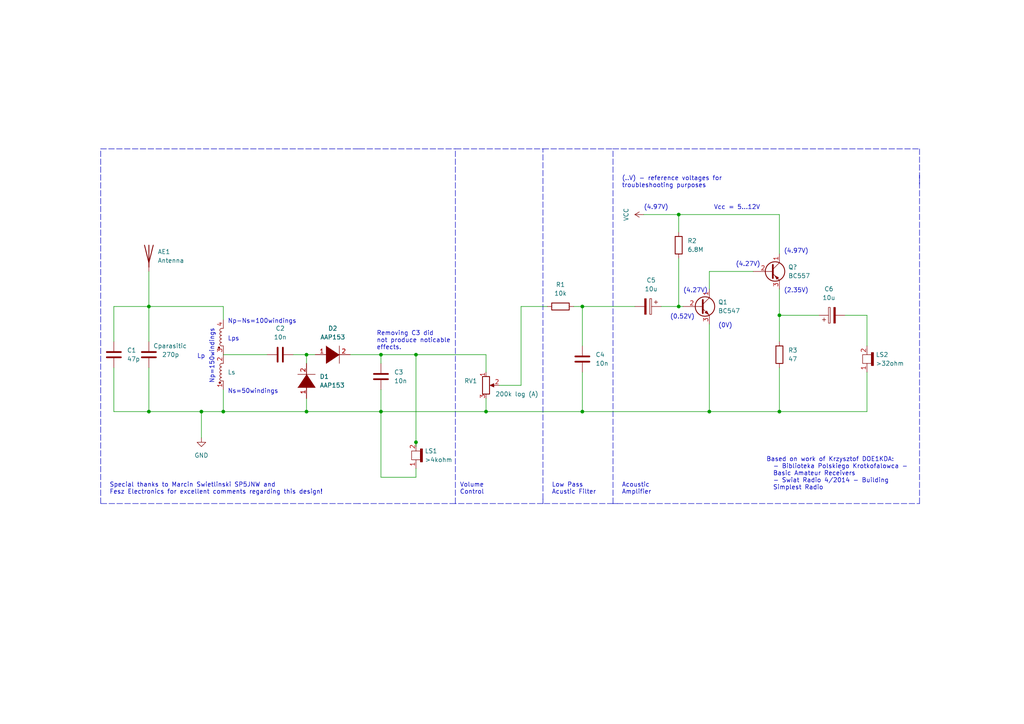
<source format=kicad_sch>
(kicad_sch (version 20211123) (generator eeschema)
  (paper "A4")
  (lib_symbols
    (symbol "Device:Antenna" (pin_numbers hide) (pin_names (offset 1.016) hide)
      (property "Reference" "AE" (at -1.905 1.905 0))
      (property "Value" "Antenna" (at -1.905 0 0))
      (symbol "Antenna_0_1"
        (polyline (pts (xy 0 2.54) (xy 0 -3.81)) (stroke (width 0.254)))
        (polyline (pts (xy 1.27 2.54) (xy 0 -2.54) (xy -1.27 2.54)) (stroke (width 0.254)))
      )
      (symbol "Antenna_1_1"
        (pin input line (at 0 -5.08 90) (length 2.54) (name "A") (number "1"))
      )
    )
    (symbol "Device:C" (pin_numbers hide) (pin_names (offset 0.254))
      (property "Reference" "C" (at 0.635 2.54 0))
      (property "Value" "C" (at 0.635 -2.54 0))
      (symbol "C_0_1"
        (polyline (pts (xy -2.032 -0.762) (xy 2.032 -0.762)) (stroke (width 0.508)))
        (polyline (pts (xy -2.032 0.762) (xy 2.032 0.762)) (stroke (width 0.508)))
      )
      (symbol "C_1_1"
        (pin passive line (at 0 3.81 270) (length 2.794) (name "~") (number "1"))
        (pin passive line (at 0 -3.81 90) (length 2.794) (name "~") (number "2"))
      )
    )
    (symbol "Device:C_Polarized" (pin_numbers hide) (pin_names (offset 0.254))
      (property "Reference" "C" (at 0.635 2.54 0))
      (property "Value" "C_Polarized" (at 0.635 -2.54 0))
      (symbol "C_Polarized_0_1"
        (rectangle (start -2.286 0.508) (end 2.286 1.016))
        (polyline (pts (xy -1.778 2.286) (xy -0.762 2.286)))
        (polyline (pts (xy -1.27 2.794) (xy -1.27 1.778)))
        (rectangle (start 2.286 -0.508) (end -2.286 -1.016) (fill (type outline)))
      )
      (symbol "C_Polarized_1_1"
        (pin passive line (at 0 3.81 270) (length 2.794) (name "~") (number "1"))
        (pin passive line (at 0 -3.81 90) (length 2.794) (name "~") (number "2"))
      )
    )
    (symbol "Device:Earphone" (pin_names (offset 0.0254) hide)
      (property "Reference" "LS" (at 2.54 3.81 0))
      (property "Value" "Earphone" (at 2.54 1.905 0))
      (symbol "Earphone_0_1"
        (rectangle (start 1.27 -0.635) (end 1.905 3.175) (fill (type outline)))
        (rectangle (start 1.27 0) (end -1.27 2.54))
      )
      (symbol "Earphone_1_1"
        (pin passive line (at 0 -2.54 90) (length 2.54) (name "-") (number "1"))
        (pin passive line (at 0 5.08 270) (length 2.54) (name "+") (number "2"))
      )
    )
    (symbol "Device:L_Coupled" (pin_names (offset 0.254) hide)
      (property "Reference" "L?" (at 2.9209 1.27 90))
      (property "Value" "L_Coupled" (at 5.4609 1.27 90))
      (symbol "L_Coupled_0_1"
        (polyline (pts (xy 1.27 3.048) (xy 1.27 2.54)))
        (polyline (pts (xy 6.35 2.54) (xy 6.35 3.048)))
        (polyline (pts (xy 11.43 3.048) (xy 11.43 2.54)))
        (polyline (pts (xy 16.51 3.048) (xy 16.51 2.54)))
        (circle (center 0.762 3.556) (radius 0.254) (fill (type outline)))
        (arc (start 2.286 3.048) (mid 1.778 3.556) (end 1.27 3.048))
        (arc (start 3.302 3.048) (mid 2.794 3.556) (end 2.286 3.048))
        (arc (start 4.318 3.048) (mid 3.81 3.556) (end 3.302 3.048))
        (arc (start 5.334 3.048) (mid 4.826 3.556) (end 4.318 3.048))
        (arc (start 6.35 3.048) (mid 5.842 3.556) (end 5.334 3.048))
        (circle (center 10.922 3.81) (radius 0.254) (fill (type outline)))
        (arc (start 12.446 3.048) (mid 11.938 3.556) (end 11.43 3.048))
        (arc (start 13.462 3.048) (mid 12.954 3.556) (end 12.446 3.048))
        (arc (start 14.478 3.048) (mid 13.97 3.556) (end 13.462 3.048))
        (arc (start 15.494 3.048) (mid 14.986 3.556) (end 14.478 3.048))
        (arc (start 16.51 3.048) (mid 16.002 3.556) (end 15.494 3.048))
      )
      (symbol "L_Coupled_1_1"
        (pin passive line (at -1.27 2.54 0) (length 2.54) (name "1") (number "1"))
        (pin passive line (at 8.89 2.54 180) (length 2.54) (name "2") (number "2"))
        (pin passive line (at 8.89 2.54 0) (length 2.54) (name "3") (number "3"))
        (pin passive line (at 19.05 2.54 180) (length 2.54) (name "4") (number "4"))
      )
    )
    (symbol "Device:R" (pin_numbers hide) (pin_names (offset 0))
      (property "Reference" "R" (at 2.032 0 90))
      (property "Value" "R" (at 0 0 90))
      (symbol "R_0_1"
        (rectangle (start -1.016 -2.54) (end 1.016 2.54) (stroke (width 0.254)))
      )
      (symbol "R_1_1"
        (pin passive line (at 0 3.81 270) (length 1.27) (name "~") (number "1"))
        (pin passive line (at 0 -3.81 90) (length 1.27) (name "~") (number "2"))
      )
    )
    (symbol "Device:R_Potentiometer" (pin_names (offset 1.016) hide)
      (property "Reference" "RV" (at -4.445 0 90))
      (property "Value" "R_Potentiometer" (at -2.54 0 90))
      (symbol "R_Potentiometer_0_1"
        (polyline (pts (xy 2.54 0) (xy 1.524 0)))
        (polyline (pts (xy 1.143 0) (xy 2.286 0.508) (xy 2.286 -0.508) (xy 1.143 0)) (fill (type outline)))
        (rectangle (start 1.016 2.54) (end -1.016 -2.54) (stroke (width 0.254)))
      )
      (symbol "R_Potentiometer_1_1"
        (pin passive line (at 0 3.81 270) (length 1.27) (name "1") (number "1"))
        (pin passive line (at 3.81 0 180) (length 1.27) (name "2") (number "2"))
        (pin passive line (at 0 -3.81 90) (length 1.27) (name "3") (number "3"))
      )
    )
    (symbol "Transistor_BJT:BC547" (pin_names (offset 0) hide)
      (property "Reference" "Q" (at 5.08 1.905 0))
      (property "Value" "BC547" (at 5.08 0 0))
      (symbol "BC547_0_1"
        (polyline (pts (xy 0 0) (xy 0.635 0)))
        (polyline (pts (xy 0.635 0.635) (xy 2.54 2.54)))
        (polyline (pts (xy 0.635 -0.635) (xy 2.54 -2.54) (xy 2.54 -2.54)))
        (polyline (pts (xy 0.635 1.905) (xy 0.635 -1.905) (xy 0.635 -1.905)) (stroke (width 0.508)))
        (polyline (pts (xy 1.27 -1.778) (xy 1.778 -1.27) (xy 2.286 -2.286) (xy 1.27 -1.778) (xy 1.27 -1.778)) (fill (type outline)))
        (circle (center 1.27 0) (radius 2.8194) (stroke (width 0.254)))
      )
      (symbol "BC547_1_1"
        (pin passive line (at 2.54 5.08 270) (length 2.54) (name "C") (number "1"))
        (pin input line (at -5.08 0 0) (length 5.08) (name "B") (number "2"))
        (pin passive line (at 2.54 -5.08 90) (length 2.54) (name "E") (number "3"))
      )
    )
    (symbol "Transistor_BJT:BC557" (pin_names (offset 0) hide)
      (property "Reference" "Q" (at 5.08 1.905 0))
      (property "Value" "BC557" (at 5.08 0 0))
      (symbol "BC557_0_1"
        (polyline (pts (xy 0.635 0.635) (xy 2.54 2.54)))
        (polyline (pts (xy 0.635 -0.635) (xy 2.54 -2.54) (xy 2.54 -2.54)))
        (polyline (pts (xy 0.635 1.905) (xy 0.635 -1.905) (xy 0.635 -1.905)) (stroke (width 0.508)))
        (polyline (pts (xy 2.286 -1.778) (xy 1.778 -2.286) (xy 1.27 -1.27) (xy 2.286 -1.778) (xy 2.286 -1.778)) (fill (type outline)))
        (circle (center 1.27 0) (radius 2.8194) (stroke (width 0.254)))
      )
      (symbol "BC557_1_1"
        (pin passive line (at 2.54 5.08 270) (length 2.54) (name "C") (number "1"))
        (pin input line (at -5.08 0 0) (length 5.715) (name "B") (number "2"))
        (pin passive line (at 2.54 -5.08 90) (length 2.54) (name "E") (number "3"))
      )
    )
    (symbol "power:GND" (power) (pin_names (offset 0))
      (property "Value" "GND" (at 0 -3.81 0))
      (symbol "GND_0_1"
        (polyline (pts (xy 0 0) (xy 0 -1.27) (xy 1.27 -1.27) (xy 0 -2.54) (xy -1.27 -1.27) (xy 0 -1.27)))
      )
      (symbol "GND_1_1"
        (pin power_in line (at 0 0 270) (length 0) hide (name "GND") (number "1"))
      )
    )
    (symbol "power:VCC" (power) (pin_names (offset 0))
      (property "Value" "VCC" (at 0 3.81 0))
      (symbol "VCC_0_1"
        (polyline (pts (xy -0.762 1.27) (xy 0 2.54)))
        (polyline (pts (xy 0 0) (xy 0 2.54)))
        (polyline (pts (xy 0 2.54) (xy 0.762 1.27)))
      )
      (symbol "VCC_1_1"
        (pin power_in line (at 0 0 90) (length 0) hide (name "VCC") (number "1"))
      )
    )
    (symbol "pspice:DIODE" (pin_names (offset 1.016) hide)
      (property "Reference" "D" (at 0 3.81 0))
      (property "Value" "DIODE" (at 0 -4.445 0))
      (symbol "DIODE_0_1"
        (polyline (pts (xy 1.905 2.54) (xy 1.905 -2.54)))
        (polyline (pts (xy -1.905 2.54) (xy -1.905 -2.54) (xy 1.905 0)) (fill (type outline)))
      )
      (symbol "DIODE_1_1"
        (pin input line (at -5.08 0 0) (length 3.81) (name "K") (number "1"))
        (pin input line (at 5.08 0 180) (length 3.81) (name "A") (number "2"))
      )
    )
  )
  (junction (at 110.49 119.38))
  (junction (at 168.91 88.9))
  (junction (at 64.77 119.38))
  (junction (at 88.9 102.87))
  (junction (at 120.65 128.27))
  (junction (at 43.18 119.38))
  (junction (at 120.65 102.87))
  (junction (at 43.18 88.9))
  (junction (at 140.97 119.38))
  (junction (at 226.06 91.44))
  (junction (at 110.49 102.87))
  (junction (at 226.06 119.38))
  (junction (at 88.9 119.38))
  (junction (at 205.74 119.38))
  (junction (at 58.42 119.38))
  (junction (at 196.85 88.9))
  (junction (at 168.91 119.38))
  (junction (at 196.85 62.23))
  (polyline (pts (xy 157.48 43.18) (xy 177.8 43.18)))
  (wire (pts (xy 33.02 88.9) (xy 43.18 88.9)))
  (polyline (pts (xy 132.08 146.05) (xy 132.08 43.18)))
  (wire (pts (xy 110.49 119.38) (xy 110.49 113.03)))
  (polyline (pts (xy 157.48 146.05) (xy 157.48 144.78)))
  (wire (pts (xy 205.74 78.74) (xy 205.74 83.82)))
  (wire (pts (xy 58.42 119.38) (xy 58.42 127)))
  (wire (pts (xy 120.65 102.87) (xy 120.65 128.27)))
  (wire (pts (xy 196.85 67.31) (xy 196.85 62.23)))
  (wire (pts (xy 110.49 138.43) (xy 120.65 138.43)))
  (wire (pts (xy 110.49 102.87) (xy 120.65 102.87)))
  (wire (pts (xy 88.9 102.87) (xy 85.09 102.87)))
  (wire (pts (xy 168.91 119.38) (xy 205.74 119.38)))
  (wire (pts (xy 140.97 102.87) (xy 120.65 102.87)))
  (wire (pts (xy 218.44 78.74) (xy 205.74 78.74)))
  (wire (pts (xy 43.18 119.38) (xy 58.42 119.38)))
  (wire (pts (xy 43.18 99.06) (xy 43.18 88.9)))
  (polyline (pts (xy 157.48 146.05) (xy 132.08 146.05)))
  (wire (pts (xy 198.12 88.9) (xy 196.85 88.9)))
  (wire (pts (xy 226.06 119.38) (xy 205.74 119.38)))
  (wire (pts (xy 64.77 119.38) (xy 88.9 119.38)))
  (polyline (pts (xy 179.07 146.05) (xy 177.8 146.05)))
  (polyline (pts (xy 266.7 146.05) (xy 266.7 50.8)))
  (polyline (pts (xy 29.21 43.18) (xy 104.14 43.18)))
  (wire (pts (xy 151.13 111.76) (xy 151.13 88.9)))
  (polyline (pts (xy 104.14 146.05) (xy 29.21 146.05)))
  (wire (pts (xy 101.6 102.87) (xy 110.49 102.87)))
  (wire (pts (xy 196.85 74.93) (xy 196.85 88.9)))
  (wire (pts (xy 43.18 88.9) (xy 64.77 88.9)))
  (wire (pts (xy 88.9 115.57) (xy 88.9 119.38)))
  (wire (pts (xy 251.46 107.95) (xy 251.46 119.38)))
  (wire (pts (xy 140.97 107.95) (xy 140.97 102.87)))
  (polyline (pts (xy 29.21 146.05) (xy 29.21 43.18)))
  (polyline (pts (xy 177.8 43.18) (xy 266.7 43.18)))
  (polyline (pts (xy 132.08 43.18) (xy 157.48 43.18)))
  (wire (pts (xy 237.49 91.44) (xy 226.06 91.44)))
  (wire (pts (xy 110.49 119.38) (xy 140.97 119.38)))
  (wire (pts (xy 205.74 93.98) (xy 205.74 119.38)))
  (wire (pts (xy 251.46 91.44) (xy 245.11 91.44)))
  (wire (pts (xy 226.06 91.44) (xy 226.06 83.82)))
  (wire (pts (xy 77.47 102.87) (xy 64.77 102.87)))
  (wire (pts (xy 88.9 105.41) (xy 88.9 102.87)))
  (wire (pts (xy 110.49 105.41) (xy 110.49 102.87)))
  (wire (pts (xy 33.02 119.38) (xy 43.18 119.38)))
  (wire (pts (xy 168.91 88.9) (xy 168.91 100.33)))
  (wire (pts (xy 140.97 119.38) (xy 168.91 119.38)))
  (wire (pts (xy 91.44 102.87) (xy 88.9 102.87)))
  (polyline (pts (xy 104.14 43.18) (xy 132.08 43.18)))
  (polyline (pts (xy 177.8 146.05) (xy 157.48 146.05)))
  (wire (pts (xy 64.77 113.03) (xy 64.77 119.38)))
  (wire (pts (xy 120.65 129.54) (xy 120.65 128.27)))
  (polyline (pts (xy 177.8 146.05) (xy 177.8 43.18)))
  (wire (pts (xy 140.97 115.57) (xy 140.97 119.38)))
  (wire (pts (xy 33.02 99.06) (xy 33.02 88.9)))
  (wire (pts (xy 226.06 99.06) (xy 226.06 91.44)))
  (wire (pts (xy 226.06 106.68) (xy 226.06 119.38)))
  (polyline (pts (xy 179.07 146.05) (xy 266.7 146.05)))
  (wire (pts (xy 151.13 88.9) (xy 158.75 88.9)))
  (wire (pts (xy 196.85 62.23) (xy 186.69 62.23)))
  (wire (pts (xy 110.49 138.43) (xy 110.49 119.38)))
  (wire (pts (xy 196.85 62.23) (xy 226.06 62.23)))
  (wire (pts (xy 166.37 88.9) (xy 168.91 88.9)))
  (wire (pts (xy 58.42 119.38) (xy 64.77 119.38)))
  (polyline (pts (xy 157.48 144.78) (xy 157.48 43.18)))
  (wire (pts (xy 168.91 88.9) (xy 184.15 88.9)))
  (wire (pts (xy 251.46 100.33) (xy 251.46 91.44)))
  (wire (pts (xy 43.18 78.74) (xy 43.18 88.9)))
  (wire (pts (xy 64.77 88.9) (xy 64.77 92.71)))
  (wire (pts (xy 226.06 62.23) (xy 226.06 73.66)))
  (wire (pts (xy 43.18 106.68) (xy 43.18 119.38)))
  (wire (pts (xy 88.9 119.38) (xy 110.49 119.38)))
  (wire (pts (xy 144.78 111.76) (xy 151.13 111.76)))
  (wire (pts (xy 33.02 119.38) (xy 33.02 106.68)))
  (wire (pts (xy 196.85 88.9) (xy 191.77 88.9)))
  (polyline (pts (xy 266.7 43.18) (xy 266.7 53.34)))
  (wire (pts (xy 168.91 107.95) (xy 168.91 119.38)))
  (wire (pts (xy 120.65 138.43) (xy 120.65 135.89)))
  (polyline (pts (xy 132.08 146.05) (xy 104.14 146.05)))
  (wire (pts (xy 251.46 119.38) (xy 226.06 119.38)))
  (text "(..V) - reference voltages for \ntroubleshooting purposes" (at 180.34 54.61 0) (effects (font (size 1.27 1.27)) (justify left bottom)))
  (text "Np-Ns=100windings" (at 66.04 93.98 0) (effects (font (size 1.27 1.27)) (justify left bottom)))
  (text "(4.97V)" (at 227.33 73.66 0) (effects (font (size 1.27 1.27)) (justify left bottom)))
  (text "Low Pass \nAcustic Filter" (at 160.02 143.51 0) (effects (font (size 1.27 1.27)) (justify left bottom)))
  (text "(2.35V)" (at 227.33 85.09 0) (effects (font (size 1.27 1.27)) (justify left bottom)))
  (text "Lp" (at 57.15 104.14 0) (effects (font (size 1.27 1.27)) (justify left bottom)))
  (text "Ns=50windings" (at 66.04 114.3 0) (effects (font (size 1.27 1.27)) (justify left bottom)))
  (text "Np=150windings" (at 62.23 95.25 270) (effects (font (size 1.27 1.27)) (justify right bottom)))
  (text "Lps" (at 66.04 99.06 0) (effects (font (size 1.27 1.27)) (justify left bottom)))
  (text "(4.27V)" (at 213.36 77.47 0) (effects (font (size 1.27 1.27)) (justify left bottom)))
  (text "(4.97V)" (at 186.69 60.96 0) (effects (font (size 1.27 1.27)) (justify left bottom)))
  (text "Acoustic \nAmplifier" (at 180.34 143.51 0) (effects (font (size 1.27 1.27)) (justify left bottom)))
  (text "Special thanks to Marcin Swietlinski SP5JNW and \nFesz Electronics for excellent comments regarding this design!" (at 31.75 143.51 0) (effects (font (size 1.27 1.27)) (justify left bottom)))
  (text "(4.27V)" (at 198.12 85.09 0) (effects (font (size 1.27 1.27)) (justify left bottom)))
  (text "Volume \nControl" (at 133.35 143.51 0) (effects (font (size 1.27 1.27)) (justify left bottom)))
  (text "(0.52V)" (at 194.31 92.71 0) (effects (font (size 1.27 1.27)) (justify left bottom)))
  (text "Vcc = 5...12V" (at 207.01 60.96 0) (effects (font (size 1.27 1.27)) (justify left bottom)))
  (text "Based on work of Krzysztof DOE1KDA:\n  - Biblioteka Polskiego Krotkofalowca -\n  Basic Amateur Receivers\n  - Swiat Radio 4/2014 - Building \n  Simplest Radio" (at 222.25 142.24 0) (effects (font (size 1.27 1.27)) (justify left bottom)))
  (text "(0V)" (at 208.28 95.25 0) (effects (font (size 1.27 1.27)) (justify left bottom)))
  (text "Removing C3 did \nnot produce noticable \neffects." (at 109.22 101.6 0) (effects (font (size 1.27 1.27)) (justify left bottom)))
  (symbol (lib_id "Device:C_Polarized") (at 187.96 88.9 270) (unit 1)
    (property "Reference" "C5" (at 188.849 81.28 90))
    (property "Value" "10u" (at 188.849 83.82 90))
  )
  (symbol (lib_id "Device:C") (at 81.28 102.87 90) (unit 1)
    (property "Reference" "C2" (at 81.28 95.25 90))
    (property "Value" "10n" (at 81.28 97.79 90))
  )
  (symbol (lib_id "Device:R") (at 196.85 71.12 0) (unit 1)
    (property "Reference" "R2" (at 199.39 69.8499 0) (effects (justify left)))
    (property "Value" "6.8M" (at 199.39 72.3899 0) (effects (justify left)))
  )
  (symbol (lib_id "power:GND") (at 58.42 127 0) (unit 1)
    (property "Reference" "#PWR01" (effects hide))
    (property "Value" "GND" (at 58.42 132.08 0))
  )
  (symbol (lib_id "Device:C") (at 168.91 104.14 0) (unit 1)
    (property "Reference" "C4" (at 172.72 102.8699 0) (effects (justify left)))
    (property "Value" "10n" (at 172.72 105.4099 0) (effects (justify left)))
  )
  (symbol (lib_id "Device:R") (at 226.06 102.87 0) (unit 1)
    (property "Reference" "R3" (at 228.6 101.5999 0) (effects (justify left)))
    (property "Value" "47" (at 228.6 104.1399 0) (effects (justify left)))
  )
  (symbol (lib_id "Device:L_Coupled") (at 67.31 111.76 90) (unit 1)
    (property "Reference" "Ls" (at 66.04 107.95 90) (effects (justify right)))
    (property "Value" "L_Coupled" (effects hide))
  )
  (symbol (lib_id "pspice:DIODE") (at 88.9 110.49 90) (unit 1)
    (property "Reference" "D1" (at 92.71 109.2199 90) (effects (justify right)))
    (property "Value" "AAP153" (at 92.71 111.7599 90) (effects (justify right)))
  )
  (symbol (lib_id "Device:R") (at 162.56 88.9 90) (unit 1)
    (property "Reference" "R1" (at 162.56 82.55 90))
    (property "Value" "10k" (at 162.56 85.09 90))
  )
  (symbol (lib_id "Device:C") (at 110.49 109.22 0) (unit 1)
    (property "Reference" "C3" (at 114.3 107.9499 0) (effects (justify left)))
    (property "Value" "10n" (at 114.3 110.4899 0) (effects (justify left)))
  )
  (symbol (lib_id "Device:Earphone") (at 120.65 133.35 0) (unit 1)
    (property "Reference" "LS1" (at 123.19 130.8099 0) (effects (justify left)))
    (property "Value" ">4kohm" (at 123.19 133.3499 0) (effects (justify left)))
  )
  (symbol (lib_id "pspice:DIODE") (at 96.52 102.87 0) (unit 1)
    (property "Reference" "D2" (at 96.52 95.25 0))
    (property "Value" "AAP153" (at 96.52 97.79 0))
  )
  (symbol (lib_id "Device:C_Polarized") (at 241.3 91.44 90) (unit 1)
    (property "Reference" "C6" (at 240.411 83.82 90))
    (property "Value" "10u" (at 240.411 86.36 90))
  )
  (symbol (lib_id "Device:Antenna") (at 43.18 73.66 0) (unit 1)
    (property "Reference" "AE1" (at 45.72 73.0249 0) (effects (justify left)))
    (property "Value" "Antenna" (at 45.72 75.5649 0) (effects (justify left)))
  )
  (symbol (lib_id "Transistor_BJT:BC547") (at 203.2 88.9 0) (unit 1)
    (property "Reference" "Q1" (at 208.28 87.6299 0) (effects (justify left)))
    (property "Value" "BC547" (at 208.28 90.1699 0) (effects (justify left)))
    (property "Footprint" "Package_TO_SOT_THT:TO-92_Inline" (effects hide))
    (property "Datasheet" "https://www.onsemi.com/pub/Collateral/BC550-D.pdf" (effects hide))
  )
  (symbol (lib_id "Device:Earphone") (at 251.46 105.41 0) (unit 1)
    (property "Reference" "LS2" (at 254 102.8699 0) (effects (justify left)))
    (property "Value" ">32ohm" (at 254 105.4099 0) (effects (justify left)))
  )
  (symbol (lib_id "power:VCC") (at 186.69 62.23 90) (unit 1)
    (property "Reference" "#PWR02" (effects hide))
    (property "Value" "VCC" (at 181.61 62.23 0))
  )
  (symbol (lib_id "Device:R_Potentiometer") (at 140.97 111.76 0) (unit 1)
    (property "Reference" "RV1" (at 138.43 110.4899 0) (effects (justify right)))
    (property "Value" "200k log (A)" (at 156.21 114.3 0) (effects (justify right)))
  )
  (symbol (lib_id "Device:C") (at 33.02 102.87 0) (unit 1)
    (property "Reference" "C1" (at 36.83 101.5999 0) (effects (justify left)))
    (property "Value" "47p" (at 36.83 104.1399 0) (effects (justify left)))
  )
  (symbol (lib_id "Transistor_BJT:BC557") (at 223.52 78.74 0) (unit 1)
    (property "Reference" "Q?" (at 228.6 77.4699 0) (effects (justify left)))
    (property "Value" "BC557" (at 228.6 80.0099 0) (effects (justify left)))
    (property "Footprint" "Package_TO_SOT_THT:TO-92_Inline" (effects hide))
    (property "Datasheet" "https://www.onsemi.com/pub/Collateral/BC556BTA-D.pdf" (effects hide))
  )
  (symbol (lib_id "Device:C") (at 43.18 102.87 0) (unit 1)
    (property "Reference" "Cparasitic" (at 44.45 100.33 0) (effects (justify left)))
    (property "Value" "270p" (at 46.99 102.87 0) (effects (justify left)))
  )
)
</source>
